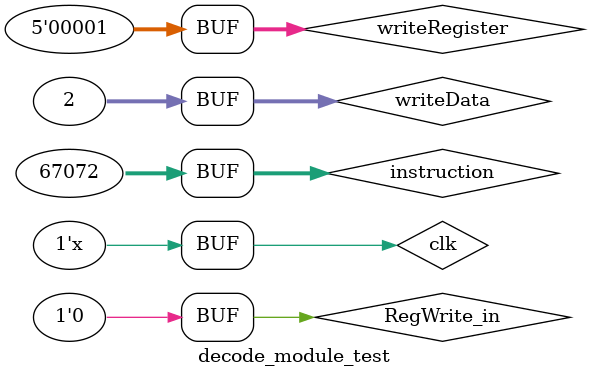
<source format=v>
`timescale 1ns / 1ps


module decode_module_test;

	// Inputs
	reg clk;
	reg [31:0] instruction;
	reg [4:0] writeRegister;
	reg [31:0] writeData;
	reg RegWrite_in;

	// Outputs
	wire RegDst;
	wire ALUSrc;
	wire MemtoReg;
	wire MemRead;
	wire MemWrite;
	wire Branch;
	wire ALUOp1;
	wire ALUOp0;
	wire RegWrite;
	wire [31:0] ReadData1;
	wire [31:0] ReadData2;
	wire [31:0] signExtended;
	wire [4:0] instruction_20_16;
	wire [4:0] instruction_15_11;

	// Instantiate the Unit Under Test (UUT)
	decode_module uut (
		.clk(clk), 
		.instruction(instruction), 
		.writeRegister(writeRegister), 
		.writeData(writeData), 
		.RegWrite_in(RegWrite_in), 
		.RegDst(RegDst), 
		.ALUSrc(ALUSrc), 
		.MemtoReg(MemtoReg), 
		.MemRead(MemRead), 
		.MemWrite(MemWrite), 
		.Branch(Branch), 
		.ALUOp1(ALUOp1), 
		.ALUOp0(ALUOp0), 
		.RegWrite(RegWrite), 
		.ReadData1(ReadData1), 
		.ReadData2(ReadData2), 
		.signExtended(signExtended), 
		.instruction_20_16(instruction_20_16), 
		.instruction_15_11(instruction_15_11)
	);

	initial begin
		// Initialize Inputs
		clk = 0;
		instruction = 32'b10101100000000010000011000000000;
		writeRegister = 0;
		writeData = 0;
		RegWrite_in = 0;

		// Wait 100 ns for global reset to finish
		
		#100;
		instruction = 32'b00000000000000010000011000000000;
		writeData = 1;
		RegWrite_in = 1;
		
		#100;
		writeRegister = 1;
		writeData = 2;
		
		#100;
		RegWrite_in = 0;
		
        
		// Add stimulus here

	end
	
	always
	#50 clk = ~clk;
      
endmodule


</source>
